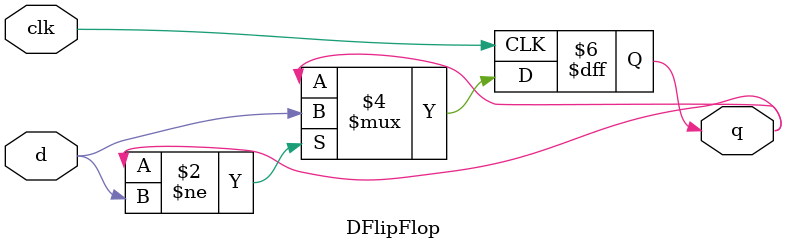
<source format=v>
module DFlipFlop(
	input d, clk,
	output reg q
	);
	always @(posedge clk) begin
		if (q != d) q = d;
	end
endmodule
</source>
